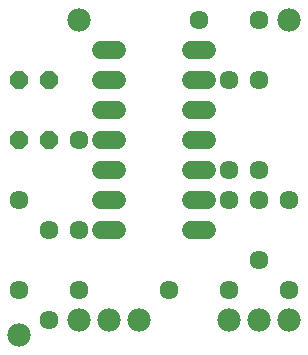
<source format=gbs>
G75*
%MOIN*%
%OFA0B0*%
%FSLAX25Y25*%
%IPPOS*%
%LPD*%
%AMOC8*
5,1,8,0,0,1.08239X$1,22.5*
%
%ADD10C,0.06343*%
%ADD11C,0.05950*%
%ADD12OC8,0.06000*%
%ADD13C,0.07800*%
D10*
X0024383Y0040337D03*
X0034383Y0050337D03*
X0034383Y0070337D03*
X0024383Y0070337D03*
X0014383Y0080337D03*
X0034383Y0100337D03*
X0074383Y0140337D03*
X0084383Y0120337D03*
X0094383Y0120337D03*
X0094383Y0140337D03*
X0094383Y0090337D03*
X0094383Y0080337D03*
X0104383Y0080337D03*
X0094383Y0060337D03*
X0104383Y0050337D03*
X0084383Y0050337D03*
X0064383Y0050337D03*
X0084383Y0080337D03*
X0084383Y0090337D03*
X0014383Y0050337D03*
D11*
X0041808Y0070337D02*
X0046958Y0070337D01*
X0046958Y0080337D02*
X0041808Y0080337D01*
X0041808Y0090337D02*
X0046958Y0090337D01*
X0046958Y0100337D02*
X0041808Y0100337D01*
X0041808Y0110337D02*
X0046958Y0110337D01*
X0046958Y0120337D02*
X0041808Y0120337D01*
X0041808Y0130337D02*
X0046958Y0130337D01*
X0071808Y0130337D02*
X0076958Y0130337D01*
X0076958Y0120337D02*
X0071808Y0120337D01*
X0071808Y0110337D02*
X0076958Y0110337D01*
X0076958Y0100337D02*
X0071808Y0100337D01*
X0071808Y0090337D02*
X0076958Y0090337D01*
X0076958Y0080337D02*
X0071808Y0080337D01*
X0071808Y0070337D02*
X0076958Y0070337D01*
D12*
X0024383Y0100337D03*
X0014383Y0100337D03*
X0014383Y0120337D03*
X0024383Y0120337D03*
D13*
X0014383Y0035337D03*
X0034383Y0040337D03*
X0044383Y0040337D03*
X0054383Y0040337D03*
X0084383Y0040337D03*
X0094383Y0040337D03*
X0104383Y0040337D03*
X0104383Y0140337D03*
X0034383Y0140337D03*
M02*

</source>
